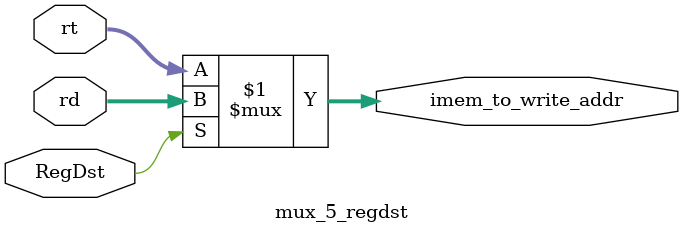
<source format=v>

module mux_5_regdst(rt, rd, RegDst, imem_to_write_addr);
    // Declaração das entradas e saída
    input wire [4:0] rt, rd;
    input wire RegDst; // <= sinal da Control
    output wire [4:0] imem_to_write_addr;

    // Determinação do multiplexador
    assign imem_to_write_addr = RegDst ? rd : rt;

endmodule
</source>
